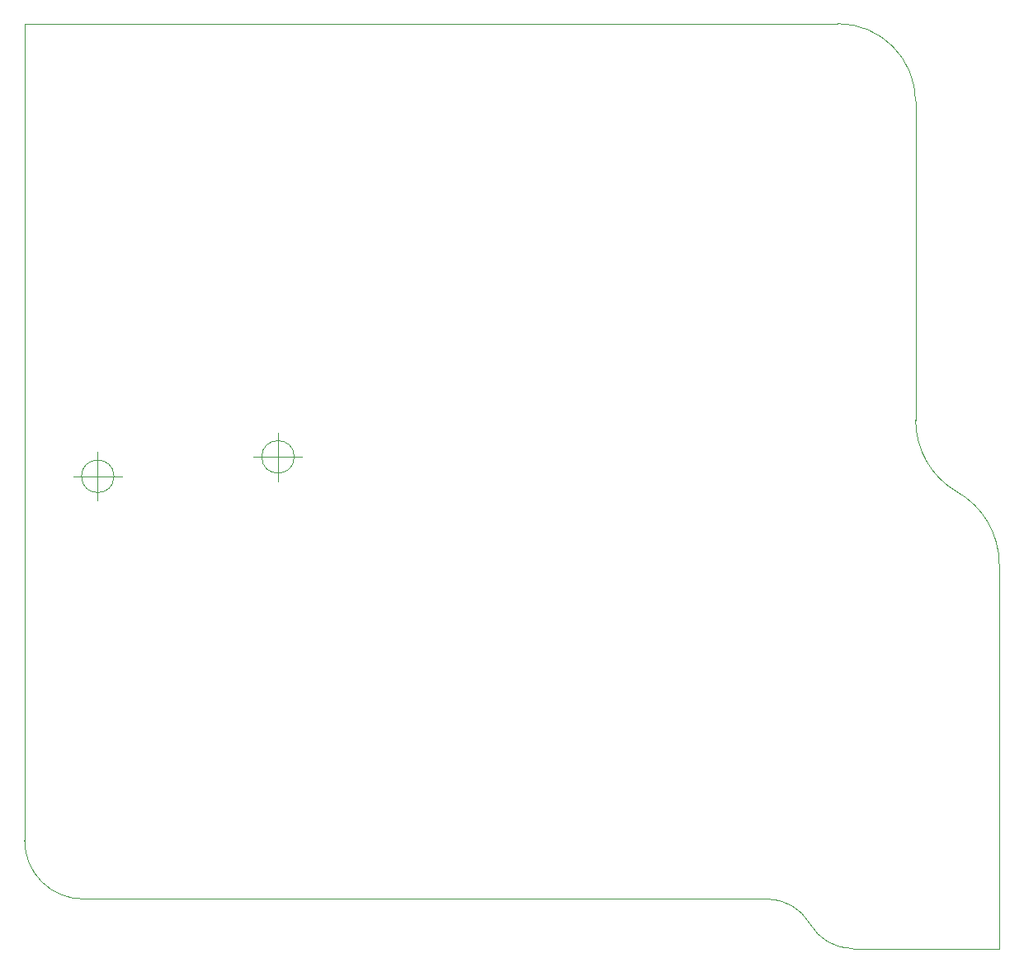
<source format=gbr>
G04 #@! TF.GenerationSoftware,KiCad,Pcbnew,5.1.4-e60b266~84~ubuntu19.04.1*
G04 #@! TF.CreationDate,2020-01-09T17:11:54-08:00*
G04 #@! TF.ProjectId,fissure,66697373-7572-4652-9e6b-696361645f70,rev?*
G04 #@! TF.SameCoordinates,Original*
G04 #@! TF.FileFunction,Profile,NP*
%FSLAX46Y46*%
G04 Gerber Fmt 4.6, Leading zero omitted, Abs format (unit mm)*
G04 Created by KiCad (PCBNEW 5.1.4-e60b266~84~ubuntu19.04.1) date 2020-01-09 17:11:54*
%MOMM*%
%LPD*%
G04 APERTURE LIST*
%ADD10C,0.050000*%
G04 APERTURE END LIST*
D10*
X127417000Y-39749000D02*
G75*
G02X135417000Y-47749000I0J-8000000D01*
G01*
X43997000Y-123649000D02*
X43997000Y-39749000D01*
X43997000Y-39749000D02*
X127417000Y-39749000D01*
X135417535Y-80467061D02*
X135417000Y-47749000D01*
X124567673Y-132188609D02*
G75*
G03X120156959Y-129649000I-4410714J-2560391D01*
G01*
X124567000Y-132189000D02*
G75*
G03X128988870Y-134747925I4421870J2541075D01*
G01*
X139619379Y-87808678D02*
G75*
G02X135417535Y-80467061I4312849J7341617D01*
G01*
X139620160Y-87807349D02*
G75*
G02X143997000Y-95249000I-4137853J-7441651D01*
G01*
X49997000Y-129649000D02*
G75*
G02X43997000Y-123649000I0J6000000D01*
G01*
X65297000Y-129649000D02*
X49997000Y-129649000D01*
X65297000Y-129649000D02*
X120156959Y-129649000D01*
X143997000Y-134749000D02*
X143997000Y-95249000D01*
X128988870Y-134747925D02*
X143997000Y-134749000D01*
X71663666Y-84249000D02*
G75*
G03X71663666Y-84249000I-1666666J0D01*
G01*
X67497000Y-84249000D02*
X72497000Y-84249000D01*
X69997000Y-81749000D02*
X69997000Y-86749000D01*
X53163666Y-86249000D02*
G75*
G03X53163666Y-86249000I-1666666J0D01*
G01*
X48997000Y-86249000D02*
X53997000Y-86249000D01*
X51497000Y-83749000D02*
X51497000Y-88749000D01*
M02*

</source>
